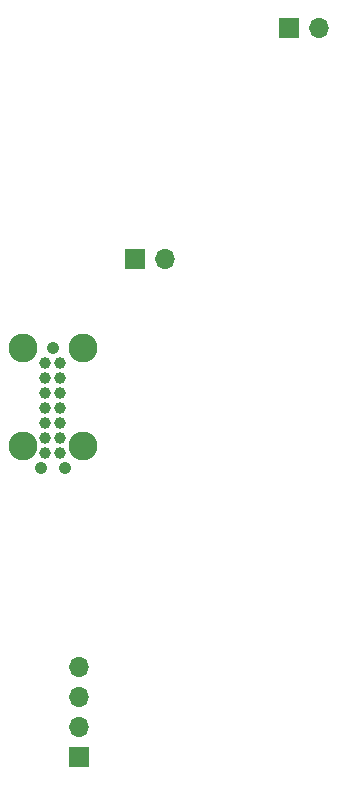
<source format=gbr>
%TF.GenerationSoftware,KiCad,Pcbnew,8.0.7*%
%TF.CreationDate,2025-01-18T18:24:10+01:00*%
%TF.ProjectId,tuff_tuff_pcb,74756666-5f74-4756-9666-5f7063622e6b,rev?*%
%TF.SameCoordinates,Original*%
%TF.FileFunction,Soldermask,Bot*%
%TF.FilePolarity,Negative*%
%FSLAX46Y46*%
G04 Gerber Fmt 4.6, Leading zero omitted, Abs format (unit mm)*
G04 Created by KiCad (PCBNEW 8.0.7) date 2025-01-18 18:24:10*
%MOMM*%
%LPD*%
G01*
G04 APERTURE LIST*
%ADD10R,1.700000X1.700000*%
%ADD11O,1.700000X1.700000*%
%ADD12C,2.451100*%
%ADD13C,1.066800*%
%ADD14C,0.991400*%
G04 APERTURE END LIST*
D10*
%TO.C,J5*%
X-25000000Y12380000D03*
D11*
X-25000000Y14920000D03*
X-25000000Y17460000D03*
X-25000000Y20000000D03*
%TD*%
D10*
%TO.C,J4*%
X-20250000Y54525000D03*
D11*
X-17710000Y54525000D03*
%TD*%
D10*
%TO.C,J1*%
X-7220000Y74080000D03*
D11*
X-4680000Y74080000D03*
%TD*%
D12*
%TO.C,J3*%
X-24685000Y46990000D03*
D13*
X-27225000Y46990000D03*
D12*
X-29765000Y46990000D03*
X-24685000Y38735000D03*
X-29765000Y38735000D03*
D13*
X-26209000Y36830000D03*
X-28241000Y36830000D03*
D14*
X-26590000Y45720000D03*
X-26590000Y44450000D03*
X-26590000Y43180000D03*
X-26590000Y41910000D03*
X-26590000Y40640000D03*
X-26590000Y39370000D03*
X-26590000Y38100000D03*
X-27860000Y38100000D03*
X-27860000Y39370000D03*
X-27860000Y40640000D03*
X-27860000Y41910000D03*
X-27860000Y43180000D03*
X-27860000Y44450000D03*
X-27860000Y45720000D03*
%TD*%
M02*

</source>
